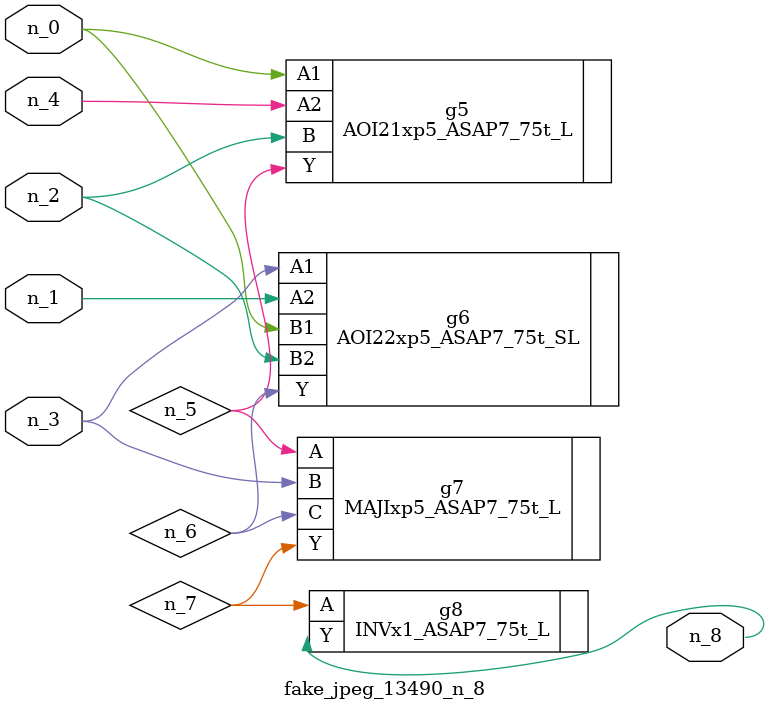
<source format=v>
module fake_jpeg_13490_n_8 (n_3, n_2, n_1, n_0, n_4, n_8);

input n_3;
input n_2;
input n_1;
input n_0;
input n_4;

output n_8;

wire n_6;
wire n_5;
wire n_7;

AOI21xp5_ASAP7_75t_L g5 ( 
.A1(n_0),
.A2(n_4),
.B(n_2),
.Y(n_5)
);

AOI22xp5_ASAP7_75t_SL g6 ( 
.A1(n_3),
.A2(n_1),
.B1(n_0),
.B2(n_2),
.Y(n_6)
);

MAJIxp5_ASAP7_75t_L g7 ( 
.A(n_5),
.B(n_3),
.C(n_6),
.Y(n_7)
);

INVx1_ASAP7_75t_L g8 ( 
.A(n_7),
.Y(n_8)
);


endmodule
</source>
